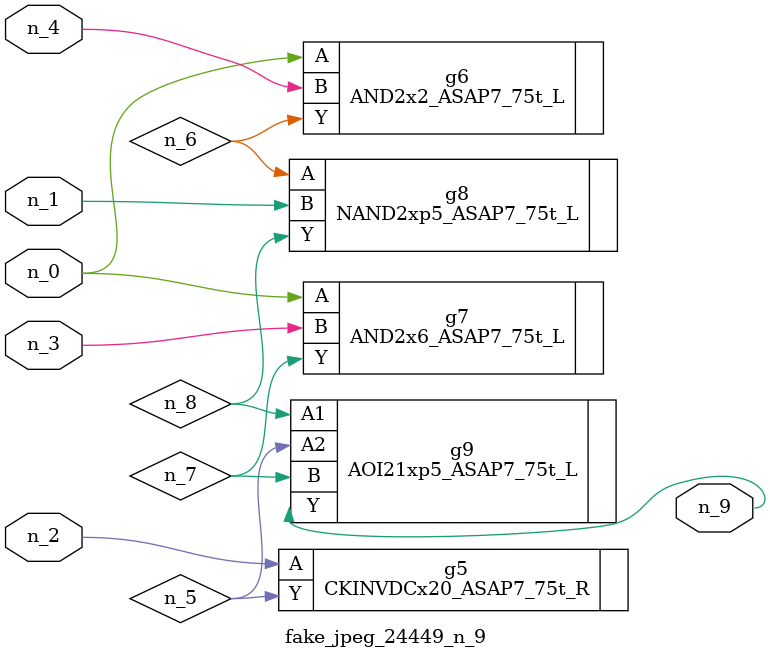
<source format=v>
module fake_jpeg_24449_n_9 (n_3, n_2, n_1, n_0, n_4, n_9);

input n_3;
input n_2;
input n_1;
input n_0;
input n_4;

output n_9;

wire n_8;
wire n_6;
wire n_5;
wire n_7;

CKINVDCx20_ASAP7_75t_R g5 ( 
.A(n_2),
.Y(n_5)
);

AND2x2_ASAP7_75t_L g6 ( 
.A(n_0),
.B(n_4),
.Y(n_6)
);

AND2x6_ASAP7_75t_L g7 ( 
.A(n_0),
.B(n_3),
.Y(n_7)
);

NAND2xp5_ASAP7_75t_L g8 ( 
.A(n_6),
.B(n_1),
.Y(n_8)
);

AOI21xp5_ASAP7_75t_L g9 ( 
.A1(n_8),
.A2(n_5),
.B(n_7),
.Y(n_9)
);


endmodule
</source>
